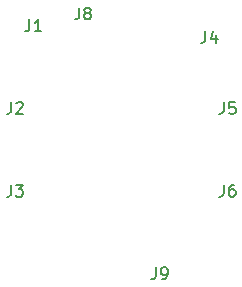
<source format=gbr>
G04 #@! TF.GenerationSoftware,KiCad,Pcbnew,5.1.5-rc1*
G04 #@! TF.CreationDate,2019-11-07T02:23:59+00:00*
G04 #@! TF.ProjectId,substrate_adapter,73756273-7472-4617-9465-5f6164617074,rev?*
G04 #@! TF.SameCoordinates,Original*
G04 #@! TF.FileFunction,Legend,Top*
G04 #@! TF.FilePolarity,Positive*
%FSLAX46Y46*%
G04 Gerber Fmt 4.6, Leading zero omitted, Abs format (unit mm)*
G04 Created by KiCad (PCBNEW 5.1.5-rc1) date 2019-11-07 02:23:59*
%MOMM*%
%LPD*%
G04 APERTURE LIST*
%ADD10C,0.150000*%
G04 APERTURE END LIST*
D10*
X-7783333Y10547619D02*
X-7783333Y9833333D01*
X-7830952Y9690476D01*
X-7926190Y9595238D01*
X-8069047Y9547619D01*
X-8164285Y9547619D01*
X-6783333Y9547619D02*
X-7354761Y9547619D01*
X-7069047Y9547619D02*
X-7069047Y10547619D01*
X-7164285Y10404761D01*
X-7259523Y10309523D01*
X-7354761Y10261904D01*
X-9333333Y3547619D02*
X-9333333Y2833333D01*
X-9380952Y2690476D01*
X-9476190Y2595238D01*
X-9619047Y2547619D01*
X-9714285Y2547619D01*
X-8904761Y3452380D02*
X-8857142Y3500000D01*
X-8761904Y3547619D01*
X-8523809Y3547619D01*
X-8428571Y3500000D01*
X-8380952Y3452380D01*
X-8333333Y3357142D01*
X-8333333Y3261904D01*
X-8380952Y3119047D01*
X-8952380Y2547619D01*
X-8333333Y2547619D01*
X-9333333Y-3452380D02*
X-9333333Y-4166666D01*
X-9380952Y-4309523D01*
X-9476190Y-4404761D01*
X-9619047Y-4452380D01*
X-9714285Y-4452380D01*
X-8952380Y-3452380D02*
X-8333333Y-3452380D01*
X-8666666Y-3833333D01*
X-8523809Y-3833333D01*
X-8428571Y-3880952D01*
X-8380952Y-3928571D01*
X-8333333Y-4023809D01*
X-8333333Y-4261904D01*
X-8380952Y-4357142D01*
X-8428571Y-4404761D01*
X-8523809Y-4452380D01*
X-8809523Y-4452380D01*
X-8904761Y-4404761D01*
X-8952380Y-4357142D01*
X7116666Y9547619D02*
X7116666Y8833333D01*
X7069047Y8690476D01*
X6973809Y8595238D01*
X6830952Y8547619D01*
X6735714Y8547619D01*
X8021428Y9214285D02*
X8021428Y8547619D01*
X7783333Y9595238D02*
X7545238Y8880952D01*
X8164285Y8880952D01*
X8666666Y3547619D02*
X8666666Y2833333D01*
X8619047Y2690476D01*
X8523809Y2595238D01*
X8380952Y2547619D01*
X8285714Y2547619D01*
X9619047Y3547619D02*
X9142857Y3547619D01*
X9095238Y3071428D01*
X9142857Y3119047D01*
X9238095Y3166666D01*
X9476190Y3166666D01*
X9571428Y3119047D01*
X9619047Y3071428D01*
X9666666Y2976190D01*
X9666666Y2738095D01*
X9619047Y2642857D01*
X9571428Y2595238D01*
X9476190Y2547619D01*
X9238095Y2547619D01*
X9142857Y2595238D01*
X9095238Y2642857D01*
X8666666Y-3452380D02*
X8666666Y-4166666D01*
X8619047Y-4309523D01*
X8523809Y-4404761D01*
X8380952Y-4452380D01*
X8285714Y-4452380D01*
X9571428Y-3452380D02*
X9380952Y-3452380D01*
X9285714Y-3500000D01*
X9238095Y-3547619D01*
X9142857Y-3690476D01*
X9095238Y-3880952D01*
X9095238Y-4261904D01*
X9142857Y-4357142D01*
X9190476Y-4404761D01*
X9285714Y-4452380D01*
X9476190Y-4452380D01*
X9571428Y-4404761D01*
X9619047Y-4357142D01*
X9666666Y-4261904D01*
X9666666Y-4023809D01*
X9619047Y-3928571D01*
X9571428Y-3880952D01*
X9476190Y-3833333D01*
X9285714Y-3833333D01*
X9190476Y-3880952D01*
X9142857Y-3928571D01*
X9095238Y-4023809D01*
X-3583333Y11547619D02*
X-3583333Y10833333D01*
X-3630952Y10690476D01*
X-3726190Y10595238D01*
X-3869047Y10547619D01*
X-3964285Y10547619D01*
X-2964285Y11119047D02*
X-3059523Y11166666D01*
X-3107142Y11214285D01*
X-3154761Y11309523D01*
X-3154761Y11357142D01*
X-3107142Y11452380D01*
X-3059523Y11500000D01*
X-2964285Y11547619D01*
X-2773809Y11547619D01*
X-2678571Y11500000D01*
X-2630952Y11452380D01*
X-2583333Y11357142D01*
X-2583333Y11309523D01*
X-2630952Y11214285D01*
X-2678571Y11166666D01*
X-2773809Y11119047D01*
X-2964285Y11119047D01*
X-3059523Y11071428D01*
X-3107142Y11023809D01*
X-3154761Y10928571D01*
X-3154761Y10738095D01*
X-3107142Y10642857D01*
X-3059523Y10595238D01*
X-2964285Y10547619D01*
X-2773809Y10547619D01*
X-2678571Y10595238D01*
X-2630952Y10642857D01*
X-2583333Y10738095D01*
X-2583333Y10928571D01*
X-2630952Y11023809D01*
X-2678571Y11071428D01*
X-2773809Y11119047D01*
X2916666Y-10452380D02*
X2916666Y-11166666D01*
X2869047Y-11309523D01*
X2773809Y-11404761D01*
X2630952Y-11452380D01*
X2535714Y-11452380D01*
X3440476Y-11452380D02*
X3630952Y-11452380D01*
X3726190Y-11404761D01*
X3773809Y-11357142D01*
X3869047Y-11214285D01*
X3916666Y-11023809D01*
X3916666Y-10642857D01*
X3869047Y-10547619D01*
X3821428Y-10500000D01*
X3726190Y-10452380D01*
X3535714Y-10452380D01*
X3440476Y-10500000D01*
X3392857Y-10547619D01*
X3345238Y-10642857D01*
X3345238Y-10880952D01*
X3392857Y-10976190D01*
X3440476Y-11023809D01*
X3535714Y-11071428D01*
X3726190Y-11071428D01*
X3821428Y-11023809D01*
X3869047Y-10976190D01*
X3916666Y-10880952D01*
M02*

</source>
